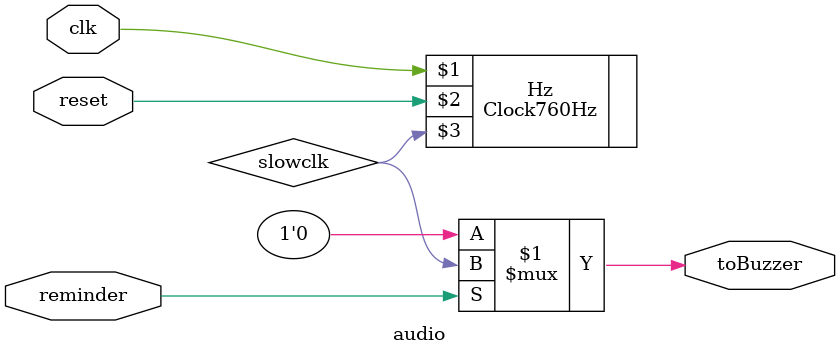
<source format=sv>
module audio(input  logic reminder, clk,reset,
             output logic toBuzzer);
  logic slowclk;

  Clock760Hz Hz(clk,reset,slowclk);
  assign toBuzzer = reminder ? slowclk : 1'b0;
endmodule

</source>
